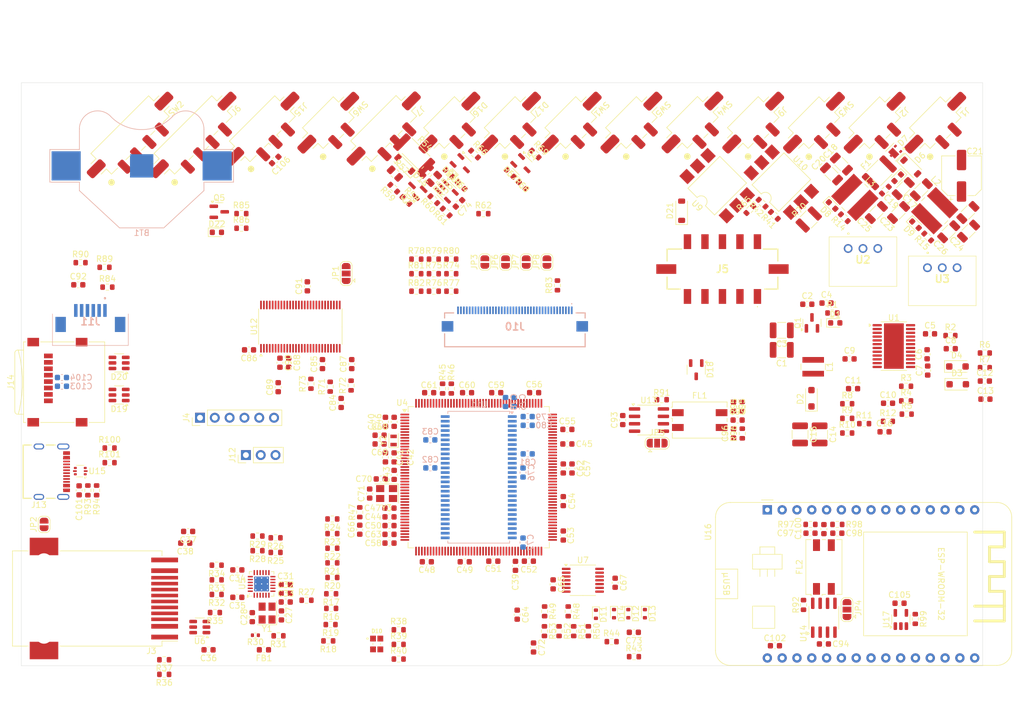
<source format=kicad_pcb>
(kicad_pcb
	(version 20241229)
	(generator "pcbnew")
	(generator_version "9.0")
	(general
		(thickness 1.6)
		(legacy_teardrops no)
	)
	(paper "A4")
	(layers
		(0 "F.Cu" signal)
		(4 "In1.Cu" power)
		(6 "In2.Cu" power)
		(2 "B.Cu" signal)
		(9 "F.Adhes" user "F.Adhesive")
		(11 "B.Adhes" user "B.Adhesive")
		(13 "F.Paste" user)
		(15 "B.Paste" user)
		(5 "F.SilkS" user "F.Silkscreen")
		(7 "B.SilkS" user "B.Silkscreen")
		(1 "F.Mask" user)
		(3 "B.Mask" user)
		(17 "Dwgs.User" user "User.Drawings")
		(19 "Cmts.User" user "User.Comments")
		(21 "Eco1.User" user "User.Eco1")
		(23 "Eco2.User" user "User.Eco2")
		(25 "Edge.Cuts" user)
		(27 "Margin" user)
		(31 "F.CrtYd" user "F.Courtyard")
		(29 "B.CrtYd" user "B.Courtyard")
		(35 "F.Fab" user)
		(33 "B.Fab" user)
		(39 "User.1" user)
		(41 "User.2" user)
		(43 "User.3" user)
		(45 "User.4" user)
		(47 "User.5" user)
		(49 "User.6" user)
		(51 "User.7" user)
		(53 "User.8" user)
		(55 "User.9" user)
	)
	(setup
		(stackup
			(layer "F.SilkS"
				(type "Top Silk Screen")
			)
			(layer "F.Paste"
				(type "Top Solder Paste")
			)
			(layer "F.Mask"
				(type "Top Solder Mask")
				(thickness 0.01)
			)
			(layer "F.Cu"
				(type "copper")
				(thickness 0.035)
			)
			(layer "dielectric 1"
				(type "prepreg")
				(thickness 0.1)
				(material "FR4")
				(epsilon_r 4.5)
				(loss_tangent 0.02)
			)
			(layer "In1.Cu"
				(type "copper")
				(thickness 0.035)
			)
			(layer "dielectric 2"
				(type "core")
				(thickness 1.24)
				(material "FR4")
				(epsilon_r 4.5)
				(loss_tangent 0.02)
			)
			(layer "In2.Cu"
				(type "copper")
				(thickness 0.035)
			)
			(layer "dielectric 3"
				(type "prepreg")
				(thickness 0.1)
				(material "FR4")
				(epsilon_r 4.5)
				(loss_tangent 0.02)
			)
			(layer "B.Cu"
				(type "copper")
				(thickness 0.035)
			)
			(layer "B.Mask"
				(type "Bottom Solder Mask")
				(thickness 0.01)
			)
			(layer "B.Paste"
				(type "Bottom Solder Paste")
			)
			(layer "B.SilkS"
				(type "Bottom Silk Screen")
			)
			(copper_finish "None")
			(dielectric_constraints no)
		)
		(pad_to_mask_clearance 0)
		(allow_soldermask_bridges_in_footprints no)
		(tenting front back)
		(pcbplotparams
			(layerselection 0x00000000_00000000_55555555_5755f5ff)
			(plot_on_all_layers_selection 0x00000000_00000000_00000000_00000000)
			(disableapertmacros no)
			(usegerberextensions no)
			(usegerberattributes yes)
			(usegerberadvancedattributes yes)
			(creategerberjobfile yes)
			(dashed_line_dash_ratio 12.000000)
			(dashed_line_gap_ratio 3.000000)
			(svgprecision 4)
			(plotframeref no)
			(mode 1)
			(useauxorigin no)
			(hpglpennumber 1)
			(hpglpenspeed 20)
			(hpglpendiameter 15.000000)
			(pdf_front_fp_property_popups yes)
			(pdf_back_fp_property_popups yes)
			(pdf_metadata yes)
			(pdf_single_document no)
			(dxfpolygonmode yes)
			(dxfimperialunits yes)
			(dxfusepcbnewfont yes)
			(psnegative no)
			(psa4output no)
			(plot_black_and_white yes)
			(plotinvisibletext no)
			(sketchpadsonfab no)
			(plotpadnumbers no)
			(hidednponfab no)
			(sketchdnponfab yes)
			(crossoutdnponfab yes)
			(subtractmaskfromsilk no)
			(outputformat 1)
			(mirror no)
			(drillshape 1)
			(scaleselection 1)
			(outputdirectory "")
		)
	)
	(net 0 "")
	(net 1 "+3V3_FER")
	(net 2 "Earth")
	(net 3 "/Ethernet/LED_G")
	(net 4 "/Ethernet/LED_Y")
	(net 5 "GND")
	(net 6 "+3V3")
	(net 7 "+5V")
	(net 8 "/Power/3V3_Display")
	(net 9 "Net-(C5-Pad2)")
	(net 10 "Net-(U1-COMP)")
	(net 11 "Net-(U1-C1+)")
	(net 12 "Net-(U1-C1-)")
	(net 13 "Net-(U1-C2+)")
	(net 14 "Net-(U1-C2-)")
	(net 15 "Net-(U1-DRV)")
	(net 16 "Net-(U1-FB1)")
	(net 17 "Net-(U1-REF)")
	(net 18 "Net-(U1-VCOMIN)")
	(net 19 "+24V")
	(net 20 "Net-(U3-VI)")
	(net 21 "Net-(U2-VI)")
	(net 22 "/Peripherals/V_{ref}")
	(net 23 "Net-(D1-A)")
	(net 24 "Net-(D15-K)")
	(net 25 "/IEC_Charging_Circuit/CP")
	(net 26 "/IEC_Charging_Circuit/PP")
	(net 27 "Net-(J10-Pin_1)")
	(net 28 "/Core/EV_Start_Charging")
	(net 29 "/Display/LCD_VGL")
	(net 30 "Net-(Q1-B)")
	(net 31 "Net-(Q2-G)")
	(net 32 "Net-(U1-FB3)")
	(net 33 "Net-(U1-FB2)")
	(net 34 "/IEC_Charging_Circuit/PWM_SENSE")
	(net 35 "/Core/Charging_Point_PWM")
	(net 36 "/Core/~{IMD_Error_LED}")
	(net 37 "/SDRAM/D9")
	(net 38 "/SDRAM/A11")
	(net 39 "/Core/~{AMS_Error_LED}")
	(net 40 "/SDRAM/D0")
	(net 41 "unconnected-(U4B-PC13-Pad8)")
	(net 42 "unconnected-(U4B-PD4-Pad146)")
	(net 43 "/Core/PCAP_RST")
	(net 44 "/Display/B5")
	(net 45 "unconnected-(U4B-PI8-Pad7)")
	(net 46 "/SDRAM/D14")
	(net 47 "/SDRAM/D2")
	(net 48 "/SDRAM/D4")
	(net 49 "/Core/OSC_in")
	(net 50 "/Core/SWCLK")
	(net 51 "unconnected-(U4B-PG3-Pad107)")
	(net 52 "/Display/R2")
	(net 53 "/SDRAM/A3")
	(net 54 "/SDRAM/D13")
	(net 55 "/Core/LCD_Reset")
	(net 56 "/Display/R0")
	(net 57 "/SDRAM/A2")
	(net 58 "/Display/R7")
	(net 59 "/Display/B4")
	(net 60 "/Core/AMS_Reset_in")
	(net 61 "/Core/AMS_Reset_out")
	(net 62 "/Core/SDC_out")
	(net 63 "/SDRAM/A0")
	(net 64 "unconnected-(U4B-PF8-Pad26)")
	(net 65 "/SDRAM/SDNE0")
	(net 66 "/Core/SWDIO")
	(net 67 "/SDRAM/A10")
	(net 68 "unconnected-(U4B-PC10-Pad139)")
	(net 69 "/Display/G0")
	(net 70 "/SDRAM/BA0")
	(net 71 "/Ethernet/RMII_TX_EN")
	(net 72 "/Core/NRST")
	(net 73 "/SDRAM/D12")
	(net 74 "/SDRAM/NBL0")
	(net 75 "/Display/B0")
	(net 76 "/Core/RMII_nRST")
	(net 77 "/Display/G2")
	(net 78 "/Display/R1")
	(net 79 "unconnected-(U4B-PI9-Pad11)")
	(net 80 "/SDRAM/SDNWE")
	(net 81 "/Ethernet/RMII_RXD1")
	(net 82 "/SDRAM/A9")
	(net 83 "/SDRAM/D11")
	(net 84 "unconnected-(U4B-PI6-Pad175)")
	(net 85 "/Display/DE")
	(net 86 "/Display/G3")
	(net 87 "/Display/CLK")
	(net 88 "/Peripherals/USART_RX")
	(net 89 "unconnected-(U4B-PB5-Pad163)")
	(net 90 "unconnected-(U4B-PI3-Pad134)")
	(net 91 "/Peripherals/USB_OTG_VBUS")
	(net 92 "/SDRAM/A4")
	(net 93 "/Display/B3")
	(net 94 "/Peripherals/SDMMC_D0")
	(net 95 "/SDRAM/D15")
	(net 96 "/SDRAM/D3")
	(net 97 "/Display/G4")
	(net 98 "/SDRAM/A7")
	(net 99 "/SDRAM/A12")
	(net 100 "Net-(U4F-BOOT0)")
	(net 101 "unconnected-(U4B-PD7-Pad151)")
	(net 102 "/Display/G7")
	(net 103 "/Core/LED_B")
	(net 104 "/Ethernet/RMII_MDIO")
	(net 105 "/Display/G1")
	(net 106 "/Display/R6")
	(net 107 "/SDRAM/D6")
	(net 108 "/SDRAM/A1")
	(net 109 "/SDRAM/D8")
	(net 110 "/Display/B6")
	(net 111 "/Display/R4")
	(net 112 "/Core/OSC_out")
	(net 113 "unconnected-(U4B-PA15-Pad138)")
	(net 114 "/SDRAM/A5")
	(net 115 "/Display/G6")
	(net 116 "/Peripherals/ESP_RX")
	(net 117 "unconnected-(U4B-PF9-Pad27)")
	(net 118 "/Display/G5")
	(net 119 "/Core/LED_G")
	(net 120 "/Display/R5")
	(net 121 "unconnected-(U4B-PE2-Pad1)")
	(net 122 "/Ethernet/RMII_TXD1")
	(net 123 "/SDRAM/D5")
	(net 124 "/Peripherals/SDMMC_CMD")
	(net 125 "/SDRAM/D1")
	(net 126 "Net-(U4A-VREF+)")
	(net 127 "/Display/B1")
	(net 128 "/Display/B7")
	(net 129 "unconnected-(U4B-PD11-Pad99)")
	(net 130 "/Ethernet/RMII_MDC")
	(net 131 "unconnected-(U4B-PE3-Pad2)")
	(net 132 "/Core/OSC32_in")
	(net 133 "/SDRAM/SDCLK")
	(net 134 "/Peripherals/USART_TX")
	(net 135 "unconnected-(U4B-PA10-Pad121)")
	(net 136 "/Core/LED_R")
	(net 137 "/SDRAM/SDCKE0")
	(net 138 "/Ethernet/RMII_RXD0")
	(net 139 "unconnected-(U4B-PC11-Pad140)")
	(net 140 "/Ethernet/RMII_CRS_DV")
	(net 141 "/Core/TRACESWO")
	(net 142 "/Display/HSYNC")
	(net 143 "/Ethernet/RMII_TXD0")
	(net 144 "/SDRAM/D10")
	(net 145 "/SDRAM/SDNCAS")
	(net 146 "/Display/R3")
	(net 147 "/Core/OSC32_out")
	(net 148 "/Display/VSYNC")
	(net 149 "/SDRAM/D7")
	(net 150 "unconnected-(U4B-PG9-Pad152)")
	(net 151 "/SDRAM/BA1")
	(net 152 "/SDRAM/SDNRAS")
	(net 153 "/SDRAM/A6")
	(net 154 "/SDRAM/NBL1")
	(net 155 "/Display/B2")
	(net 156 "/Ethernet/RMII_REF_CLK")
	(net 157 "/SDRAM/A8")
	(net 158 "unconnected-(U4B-PB2-Pad58)")
	(net 159 "/Ethernet/XTAL2")
	(net 160 "/Ethernet/XTAL1")
	(net 161 "/Peripherals/ESP_TX")
	(net 162 "/Peripherals/STM_CAN_TX")
	(net 163 "/Peripherals/STM_CAN_RX")
	(net 164 "/Peripherals/SDMMC_CK")
	(net 165 "/Peripherals/ESP_CAN_RX")
	(net 166 "/SDC_and_SCS/RSD_in")
	(net 167 "/SDC_and_SCS/RSD_out")
	(net 168 "/Core/CANH")
	(net 169 "/Core/CANL")
	(net 170 "/Peripherals/ESP_CAN_TX")
	(net 171 "/Display/LCD_VGH")
	(net 172 "Net-(D5-A)")
	(net 173 "Net-(D9-A)")
	(net 174 "/Core/SDC_in")
	(net 175 "Net-(Q3-G)")
	(net 176 "Net-(Q4-G)")
	(net 177 "/Core/SDC_enable")
	(net 178 "/Display/I2C_SDA")
	(net 179 "/Display/I2C_SCL")
	(net 180 "/Display/LCD_SELB")
	(net 181 "VDD")
	(net 182 "/Display/LCD_STBYB")
	(net 183 "Net-(J1-Pin_1)")
	(net 184 "/Display/LCD_U{slash}D")
	(net 185 "/Display/LCD_L{slash}R")
	(net 186 "/Display/RXIN0-")
	(net 187 "/Display/RXCLKIN+")
	(net 188 "/Display/RXIN0+")
	(net 189 "/Display/RXIN2-")
	(net 190 "/Display/RXIN1-")
	(net 191 "/Display/RXIN2+")
	(net 192 "/Display/RXIN3+")
	(net 193 "/Display/RXIN3-")
	(net 194 "/Display/RXIN1+")
	(net 195 "/Display/RXCLKIN-")
	(net 196 "Net-(J2-Pin_1)")
	(net 197 "Net-(U4F-PDR_ON)")
	(net 198 "/Peripherals/SDMMC_D1")
	(net 199 "/Peripherals/SDMMC_D2")
	(net 200 "/Peripherals/SDMMC_D3")
	(net 201 "/Core/SDC_Voltage")
	(net 202 "/Core/TSAL_Green")
	(net 203 "/Core/TS_on")
	(net 204 "/Peripherals/USB_OTG_DP")
	(net 205 "/Peripherals/USB_OTG_DN")
	(net 206 "/Peripherals/D-")
	(net 207 "/Peripherals/D+")
	(net 208 "/Core/PCAP_Int")
	(net 209 "/Display/LCD_VDD")
	(net 210 "/Core/Encoder_push")
	(net 211 "/Core/Encoder_A")
	(net 212 "/Core/Encoder_B")
	(net 213 "/Ethernet/RXN")
	(net 214 "/Ethernet/TXN")
	(net 215 "/Ethernet/RXP")
	(net 216 "/Ethernet/TXP")
	(net 217 "/Core/SDC_on")
	(net 218 "/Core/EncB_on")
	(net 219 "/Core/EncPush_on")
	(net 220 "/Core/EncA_on")
	(net 221 "Net-(D16-A)")
	(net 222 "Net-(D16-K)")
	(net 223 "Net-(D17-K)")
	(net 224 "Net-(D17-A)")
	(net 225 "/Display/LCD_AVDD")
	(net 226 "/Display/VCOM")
	(net 227 "Net-(D7-K)")
	(net 228 "unconnected-(U4B-PH9-Pad86)")
	(net 229 "unconnected-(U4B-PH6-Pad83)")
	(net 230 "unconnected-(U4B-PH7-Pad84)")
	(net 231 "Net-(D3-A)")
	(net 232 "Net-(J13-CC2)")
	(net 233 "Net-(U5-VDDCR)")
	(net 234 "Net-(C39-Pad1)")
	(net 235 "Net-(C45-Pad1)")
	(net 236 "Net-(D11-K)")
	(net 237 "Net-(D12-K)")
	(net 238 "Net-(D13-K)")
	(net 239 "Net-(D14-K)")
	(net 240 "Net-(U15-VBUS)")
	(net 241 "Net-(D2-A)")
	(net 242 "Net-(D8-A)")
	(net 243 "Net-(D10-BK)")
	(net 244 "Net-(D10-GK)")
	(net 245 "Net-(D10-RK)")
	(net 246 "Net-(D11-A)")
	(net 247 "Net-(U13-CANH)")
	(net 248 "Net-(U13-CANL)")
	(net 249 "Net-(U14-CANH)")
	(net 250 "Net-(U14-CANL)")
	(net 251 "Net-(J3-Pad11)")
	(net 252 "Net-(J3-Pad2)")
	(net 253 "unconnected-(J3-NC-Pad9)")
	(net 254 "Net-(J5-Pin_2)")
	(net 255 "Net-(J13-CC1)")
	(net 256 "unconnected-(J10-Pin_27-Pad27)")
	(net 257 "unconnected-(J10-Pin_36-Pad36)")
	(net 258 "Net-(J10-Pin_35)")
	(net 259 "unconnected-(J10-Pin_24-Pad24)")
	(net 260 "unconnected-(J10-Pin_26-Pad26)")
	(net 261 "unconnected-(J10-Pin_4-Pad4)")
	(net 262 "Net-(J10-Pin_38)")
	(net 263 "unconnected-(J10-Pin_23-Pad23)")
	(net 264 "Net-(J10-Pin_29)")
	(net 265 "unconnected-(J10-Pin_37-Pad37)")
	(net 266 "unconnected-(J13-SBU2-PadB8)")
	(net 267 "unconnected-(J13-SBU1-PadA8)")
	(net 268 "Net-(Q2-D)")
	(net 269 "Net-(R29-Pad1)")
	(net 270 "Net-(J15-Pin_2)")
	(net 271 "Net-(JP4-C)")
	(net 272 "Net-(JP5-C)")
	(net 273 "Net-(R3-Pad2)")
	(net 274 "Net-(R8-Pad2)")
	(net 275 "Net-(U5-TXD0)")
	(net 276 "Net-(U5-TXD1)")
	(net 277 "Net-(U5-TXEN)")
	(net 278 "Net-(U5-RXD0{slash}MODE0)")
	(net 279 "Net-(U5-RXD1{slash}MODE1)")
	(net 280 "Net-(U5-CRS_DV{slash}MODE2)")
	(net 281 "Net-(U5-MDIO)")
	(net 282 "Net-(U5-MDC)")
	(net 283 "Net-(U5-~{INT}{slash}REFCLKO)")
	(net 284 "Net-(U5-RXER{slash}PHYAD0)")
	(net 285 "Net-(U5-RBIAS)")
	(net 286 "Net-(U8--)")
	(net 287 "Net-(R65-Pad1)")
	(net 288 "Net-(R70-Pad2)")
	(net 289 "Net-(U12-CLKSEL)")
	(net 290 "Net-(U12-~{SHTDN})")
	(net 291 "Net-(R74-Pad2)")
	(net 292 "Net-(R75-Pad2)")
	(net 293 "Net-(U13-Rs)")
	(net 294 "Net-(U14-Rs)")
	(net 295 "Net-(U16-D21)")
	(net 296 "unconnected-(U7-Pad12)")
	(net 297 "unconnected-(U7-Pad10)")
	(net 298 "unconnected-(U9-Pad3)")
	(net 299 "unconnected-(U10-Pad3)")
	(net 300 "unconnected-(U10-Pad5)")
	(net 301 "unconnected-(U11-NC-Pad40)")
	(net 302 "unconnected-(U16-D26-Pad7)")
	(net 303 "unconnected-(U16-D2-Pad27)")
	(net 304 "unconnected-(U16-VIN-Pad1)")
	(net 305 "unconnected-(U16-D34-Pad12)")
	(net 306 "unconnected-(U16-D39{slash}VN-Pad13)")
	(net 307 "unconnected-(U16-D19-Pad21)")
	(net 308 "unconnected-(U16-D36{slash}VP-Pad14)")
	(net 309 "unconnected-(U16-TX0{slash}D1-Pad18)")
	(net 310 "unconnected-(U16-D14-Pad5)")
	(net 311 "unconnected-(U16-D25-Pad8)")
	(net 312 "unconnected-(U16-D15-Pad28)")
	(net 313 "unconnected-(U16-D13-Pad3)")
	(net 314 "unconnected-(U16-D23-Pad16)")
	(net 315 "unconnected-(U16-D27-Pad6)")
	(net 316 "unconnected-(U16-EN-Pad15)")
	(net 317 "unconnected-(U16-D33-Pad9)")
	(net 318 "unconnected-(U16-D22-Pad17)")
	(net 319 "unconnected-(U16-D35-Pad11)")
	(net 320 "unconnected-(U16-D18-Pad22)")
	(net 321 "unconnected-(U16-D12-Pad4)")
	(net 322 "unconnected-(U16-D32-Pad10)")
	(net 323 "unconnected-(U16-RX0{slash}D3-Pad19)")
	(net 324 "unconnected-(U17-NC-Pad1)")
	(net 325 "Net-(BT1-+)")
	(net 326 "VBAT")
	(net 327 "Net-(D22-A)")
	(net 328 "Net-(Q5-G)")
	(footprint "Capacitor_SMD:C_1206_3216Metric" (layer "F.Cu") (at 218 62.3 45))
	(footprint "Capacitor_SMD:C_0603_1608Metric" (layer "F.Cu") (at 206.3 96.41))
	(footprint "Package_SO:SOIC-8_3.9x4.9mm_P1.27mm" (layer "F.Cu") (at 201.29 135.7 90))
	(footprint "Resistor_SMD:R_0603_1608Metric" (layer "F.Cu") (at 73.825 74.8))
	(footprint "Resistor_SMD:R_0603_1608Metric" (layer "F.Cu") (at 107.265 121.99 180))
	(footprint "Capacitor_SMD:C_0603_1608Metric" (layer "F.Cu") (at 108.01 91.9625 -90))
	(footprint "Capacitor_SMD:C_1206_3216Metric" (layer "F.Cu") (at 226.1 69.4 45))
	(footprint "Capacitor_SMD:C_0603_1608Metric" (layer "F.Cu") (at 154.862501 129.975 -90))
	(footprint "Resistor_SMD:R_0603_1608Metric" (layer "F.Cu") (at 137.4 79.7))
	(footprint "Package_TO_SOT_SMD:SOT-23" (layer "F.Cu") (at 97.6 66.085))
	(footprint "Jumper:SolderJumper-2_P1.3mm_Open_RoundedPad1.0x1.5mm" (layer "F.Cu") (at 146.7 74.7 90))
	(footprint "Capacitor_SMD:C_0603_1608Metric" (layer "F.Cu") (at 211.7 103.81))
	(footprint "Charger:ESP32-WROOM-32-DevKit-30Pin" (layer "F.Cu") (at 191.6 117.2 -90))
	(footprint "LED_SMD:LED_0603_1608Metric" (layer "F.Cu") (at 97.2 69.6))
	(footprint "Inductor_SMD:L_Wuerth_WE-PD2-Typ-MS" (layer "F.Cu") (at 206.6 63.6 -45))
	(footprint "Package_TO_SOT_SMD:SOT-23-3" (layer "F.Cu") (at 149.578751 58.078751 -45))
	(footprint "Resistor_SMD:R_0603_1608Metric" (layer "F.Cu") (at 97.165 131.71 180))
	(footprint "Package_DIP:SMDIP-6_W9.53mm" (layer "F.Cu") (at 183 61.6 135))
	(footprint "FaSTTUBe_connectors:Micro_Mate-N-Lok_2p_vertical" (layer "F.Cu") (at 220.4 50.8 -135))
	(footprint "Resistor_SMD:R_0603_1608Metric" (layer "F.Cu") (at 187.3 99.5 90))
	(footprint "Resistor_SMD:R_0603_1608Metric" (layer "F.Cu") (at 78.8 106.59))
	(footprint "Diode_SMD:D_SOD-123" (layer "F.Cu") (at 216.2 58.4 -45))
	(footprint "Jumper:SolderJumper-2_P1.3mm_Open_RoundedPad1.0x1.5mm" (layer "F.Cu") (at 143.15 74.7 90))
	(footprint "Inductor_SMD:L_0603_1608Metric" (layer "F.Cu") (at 105.265 141.2 180))
	(footprint "Resistor_SMD:R_0603_1608Metric" (layer "F.Cu") (at 75.07 113.85 -90))
	(footprint "Inductor_SMD:L_Wuerth_WE-PD2-Typ-MS" (layer "F.Cu") (at 220.3 65.9 45))
	(footprint "LED_SMD:LED_0603_1608Metric" (layer "F.Cu") (at 213.956847 60.243153 -135))
	(footprint "Capacitor_SMD:CP_Elec_6.3x7.7" (layer "F.Cu") (at 224.9 59.9 90))
	(footprint "Capacitor_SMD:C_0603_1608Metric" (layer "F.Cu") (at 203.6 121.2))
	(footprint "LED_SMD:LED_0603_1608Metric" (layer "F.Cu") (at 203.25 85.135))
	(footprint "Resistor_SMD:R_0603_1608Metric" (layer "F.Cu") (at 88.165 145.41 180))
	(footprint "Resistor_SMD:R_0603_1608Metric" (layer "F.Cu") (at 139.078751 61.578751 -45))
	(footprint "Capacitor_SMD:C_1210_3225Metric" (layer "F.Cu") (at 194.0625 86.41 180))
	(footprint "Resistor_SMD:R_0603_1608Metric" (layer "F.Cu") (at 228.9 90.3))
	(footprint "Resistor_SMD:R_0603_1608Metric" (layer "F.Cu") (at 101.4 68.9))
	(footprint "Resistor_SMD:R_0603_1608Metric" (layer "F.Cu") (at 147.478751 59.478751 -45))
	(footprint "Capacitor_SMD:C_0603_1608Metric" (layer "F.Cu") (at 126.8 116.9))
	(footprint "Charger:173010542"
		(layer "F.Cu")
		(uuid "27b92a46-492c-47de-af5f-c8a155909f96")
		(at 208 74.3)
		(descr "173010542")
		(tags "Power Supply")
		(property "Reference" "U2"
			(at 0 0 0)
			(layer "F.SilkS")
			(uuid "e040ebed-e302-45d7-9698-5d74766e84b4")
			(effects
				(font
					(size 1.27 1.27)
					(thickness 0.254)
				)
			)
		)
		(property "Value" "173010342"
			(at 0 0 0)
			(layer "F.SilkS")
			(hide yes)
			(uuid "9343c9c0-096c-4789-b157-02ebab606245")
			(effects
				(font
					(size 1.27 1.27)
					(thickness 0.254)
				)
			)
		)
		(property "Datasheet" "https://www.we-online.com/components/products/datasheet/173010342.pdf"
			(at 0 0 0)
			(layer "F.Fab")
			(hide yes)
			(uuid "ba0d8f4e-19c3-49b6-87c1-4f337ec6d035")
			(effects
		
... [1246915 chars truncated]
</source>
